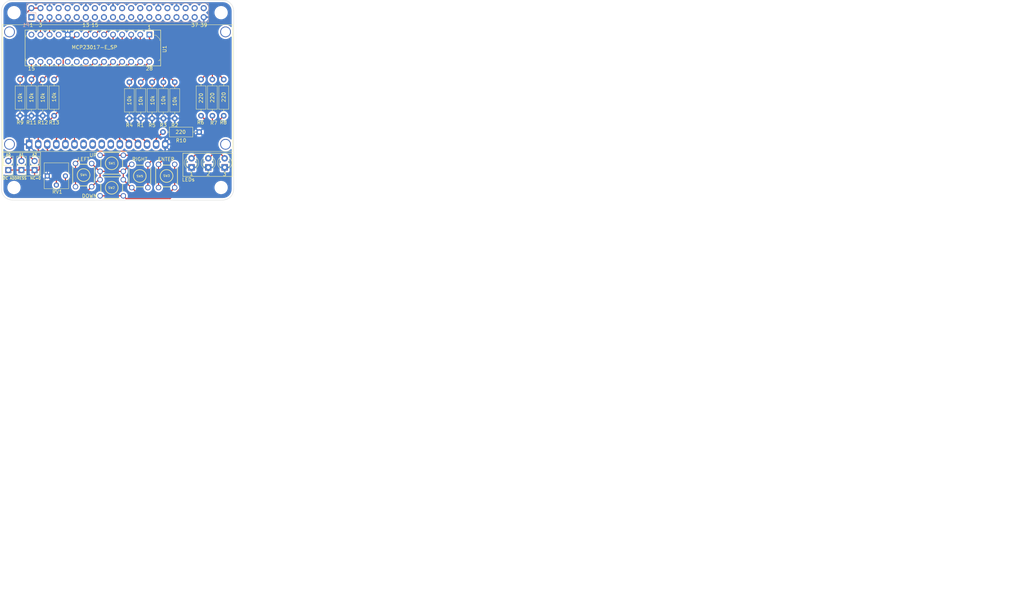
<source format=kicad_pcb>
(kicad_pcb (version 20171130) (host pcbnew "(5.1.4)-1")
  (title_block (title "RGB LCD RPi3 HAT") (date 2019-12-29) (rev v1) (comment 1 "Designed by Črtomir Juren"))
  (layers (0 F.Cu signal) (31 B.Cu signal) (34 B.Paste user) (35 F.Paste user) (36 B.SilkS user) (37 F.SilkS user) (38 B.Mask user) (39 F.Mask user) (44 Edge.Cuts user))
  (net 0 "")
  (net 1 +3V3)
  (net 2 +5V)
  (net 3 GND)
  (net 4 "/GPIO2(SDA1)")
  (net 5 "/GPIO3(SCL1)")
  (net 6 "Net-(D1-Pad2)")
  (net 7 "Net-(D2-Pad2)")
  (net 8 "Net-(D3-Pad2)")
  (net 9 "Net-(DS1-Pad3)")
  (net 10 /LCD_RS)
  (net 11 /LCD_RW)
  (net 12 /LCD_E)
  (net 13 /LCD_D4)
  (net 14 /LCD_D5)
  (net 15 /LCD_D6)
  (net 16 /LCD_D7)
  (net 17 "Net-(DS1-Pad15)")
  (net 18 "Net-(JP1-Pad2)")
  (net 19 "Net-(JP2-Pad2)")
  (net 20 "Net-(JP3-Pad2)")
  (net 21 /button_1_up)
  (net 22 /button_2_down)
  (net 23 /button_5_enter)
  (net 24 /button_3_left)
  (net 25 /button_4_right)
  (net 26 /led_1_green)
  (net 27 /led_2_yellow)
  (net 28 /led_3_red)
  (net 29 "Net-(R13-Pad2)")
  (module "" (layer F.Cu) (at 254.102 145.555)
    (fp_text reference "" (at 231.242 119.383) (layer F.SilkS) (effects (font (size 1.27 1.27))))
    (fp_text value "" (at 231.242 119.383) (layer F.SilkS) (effects (font (size 1.27 1.27))))
  )
  (module "" (layer F.Cu) (at 254.864 145.047)
    (fp_text reference "" (at 231.242 119.383) (layer F.SilkS) (effects (font (size 1.27 1.27))))
    (fp_text value "" (at 231.242 119.383) (layer F.SilkS) (effects (font (size 1.27 1.27))))
  )
  (module "" (layer F.Cu) (at 253.975 145.428)
    (fp_text reference "" (at 231.242 119.383) (layer F.SilkS) (effects (font (size 1.27 1.27))))
    (fp_text value "" (at 231.242 119.383) (layer F.SilkS) (effects (font (size 1.27 1.27))))
  )
  (module RGB-LCD-RPi3-HAT:LCD_16X2_MC21605H6WK (layer F.Cu) (at 231.242 119.383)
    (fp_text reference DS1)
    (fp_text value WC1602A)
    (pad "" thru_hole circle (at -29 -16.5) (size 3 3) (drill 2.5) (layers *.Cu *.Mask))
    (pad "" thru_hole circle (at -29 15) (size 3 3) (drill 2.5) (layers *.Cu *.Mask))
    (pad "" thru_hole circle (at 31.5 -16.5) (size 3 3) (drill 2.5) (layers *.Cu *.Mask))
    (pad "" thru_hole circle (at 31.5 15) (size 3 3) (drill 2.5) (layers *.Cu *.Mask))
    (pad 1 thru_hole rect (at -23.5 15) (size 1.8 2.6) (drill 1.2) (layers *.Cu *.Mask) (net 3 GND))
    (pad 2 thru_hole oval (at -20.96 15) (size 1.8 2.6) (drill 1.2) (layers *.Cu *.Mask) (net 2 +5V))
    (pad 3 thru_hole oval (at -18.42 15) (size 1.8 2.6) (drill 1.2) (layers *.Cu *.Mask) (net 9 "Net-(DS1-Pad3)"))
    (pad 5 thru_hole oval (at -13.34 15) (size 1.8 2.6) (drill 1.2) (layers *.Cu *.Mask) (net 11 /LCD_RW))
    (pad 4 thru_hole oval (at -15.88 15) (size 1.8 2.6) (drill 1.2) (layers *.Cu *.Mask) (net 10 /LCD_RS))
    (pad 7 thru_hole oval (at -8.26 15) (size 1.8 2.6) (drill 1.2) (layers *.Cu *.Mask))
    (pad 6 thru_hole oval (at -10.8 15) (size 1.8 2.6) (drill 1.2) (layers *.Cu *.Mask) (net 12 /LCD_E))
    (pad 9 thru_hole oval (at -3.18 15) (size 1.8 2.6) (drill 1.2) (layers *.Cu *.Mask))
    (pad 8 thru_hole oval (at -5.72 15) (size 1.8 2.6) (drill 1.2) (layers *.Cu *.Mask))
    (pad 11 thru_hole oval (at 1.9 15) (size 1.8 2.6) (drill 1.2) (layers *.Cu *.Mask) (net 13 /LCD_D4))
    (pad 10 thru_hole oval (at -0.64 15) (size 1.8 2.6) (drill 1.2) (layers *.Cu *.Mask))
    (pad 13 thru_hole oval (at 6.98 15) (size 1.8 2.6) (drill 1.2) (layers *.Cu *.Mask) (net 15 /LCD_D6))
    (pad 12 thru_hole oval (at 4.44 15) (size 1.8 2.6) (drill 1.2) (layers *.Cu *.Mask) (net 14 /LCD_D5))
    (pad 15 thru_hole oval (at 12.06 15) (size 1.8 2.6) (drill 1.2) (layers *.Cu *.Mask) (net 17 "Net-(DS1-Pad15)"))
    (pad 14 thru_hole oval (at 9.52 15) (size 1.8 2.6) (drill 1.2) (layers *.Cu *.Mask) (net 16 /LCD_D7))
    (pad 16 thru_hole oval (at 14.6 15) (size 1.8 2.6) (drill 1.2) (layers *.Cu *.Mask) (net 3 GND))
  )
  (module Resistor_THT:R_Axial_DIN0207_L6.3mm_D2.5mm_P10.16mm_Horizontal (layer F.Cu) (at 245.339 116.98 270)
    (fp_text reference R3 (at 12.065 0.034636 180) (layer F.SilkS))
    (fp_text value 10k (at 5.08 0 90) (layer F.SilkS))
    (pad 2 thru_hole oval (at 10.16 0 270) (size 1.6 1.6) (drill 0.8) (layers *.Cu *.Mask) (net 3 GND))
    (pad 1 thru_hole circle (at 0 0 270) (size 1.6 1.6) (drill 0.8) (layers *.Cu *.Mask) (net 23 /button_5_enter))
  )
  (module Connector_PinSocket_2.54mm:PinSocket_2x20_P2.54mm_Vertical (layer B.Cu) (at 208.37 98.77 270)
    (fp_text reference P1 (at 2.208 1.512) (layer B.SilkS) (effects (justify mirror)))
    (fp_text value Conn_02x20_Odd_Even)
    (pad 1 thru_hole rect (at 0 0 270) (size 1.7 1.7) (drill 1) (layers *.Cu *.Mask) (net 1 +3V3))
    (pad 2 thru_hole oval (at -2.54 0 270) (size 1.7 1.7) (drill 1) (layers *.Cu *.Mask) (net 2 +5V))
    (pad 3 thru_hole oval (at 0 -2.54 270) (size 1.7 1.7) (drill 1) (layers *.Cu *.Mask) (net 4 "/GPIO2(SDA1)"))
    (pad 4 thru_hole oval (at -2.54 -2.54 270) (size 1.7 1.7) (drill 1) (layers *.Cu *.Mask) (net 2 +5V))
    (pad 5 thru_hole oval (at 0 -5.08 270) (size 1.7 1.7) (drill 1) (layers *.Cu *.Mask) (net 5 "/GPIO3(SCL1)"))
    (pad 6 thru_hole oval (at -2.54 -5.08 270) (size 1.7 1.7) (drill 1) (layers *.Cu *.Mask) (net 3 GND))
    (pad 7 thru_hole oval (at 0 -7.62 270) (size 1.7 1.7) (drill 1) (layers *.Cu *.Mask))
    (pad 8 thru_hole oval (at -2.54 -7.62 270) (size 1.7 1.7) (drill 1) (layers *.Cu *.Mask))
    (pad 9 thru_hole oval (at 0 -10.16 270) (size 1.7 1.7) (drill 1) (layers *.Cu *.Mask) (net 3 GND))
    (pad 10 thru_hole oval (at -2.54 -10.16 270) (size 1.7 1.7) (drill 1) (layers *.Cu *.Mask))
    (pad 11 thru_hole oval (at 0 -12.7 270) (size 1.7 1.7) (drill 1) (layers *.Cu *.Mask))
    (pad 12 thru_hole oval (at -2.54 -12.7 270) (size 1.7 1.7) (drill 1) (layers *.Cu *.Mask))
    (pad 13 thru_hole oval (at 0 -15.24 270) (size 1.7 1.7) (drill 1) (layers *.Cu *.Mask))
    (pad 14 thru_hole oval (at -2.54 -15.24 270) (size 1.7 1.7) (drill 1) (layers *.Cu *.Mask) (net 3 GND))
    (pad 15 thru_hole oval (at 0 -17.78 270) (size 1.7 1.7) (drill 1) (layers *.Cu *.Mask))
    (pad 16 thru_hole oval (at -2.54 -17.78 270) (size 1.7 1.7) (drill 1) (layers *.Cu *.Mask))
    (pad 17 thru_hole oval (at 0 -20.32 270) (size 1.7 1.7) (drill 1) (layers *.Cu *.Mask) (net 1 +3V3))
    (pad 18 thru_hole oval (at -2.54 -20.32 270) (size 1.7 1.7) (drill 1) (layers *.Cu *.Mask))
    (pad 19 thru_hole oval (at 0 -22.86 270) (size 1.7 1.7) (drill 1) (layers *.Cu *.Mask))
    (pad 20 thru_hole oval (at -2.54 -22.86 270) (size 1.7 1.7) (drill 1) (layers *.Cu *.Mask) (net 3 GND))
    (pad 21 thru_hole oval (at 0 -25.4 270) (size 1.7 1.7) (drill 1) (layers *.Cu *.Mask))
    (pad 22 thru_hole oval (at -2.54 -25.4 270) (size 1.7 1.7) (drill 1) (layers *.Cu *.Mask))
    (pad 23 thru_hole oval (at 0 -27.94 270) (size 1.7 1.7) (drill 1) (layers *.Cu *.Mask))
    (pad 24 thru_hole oval (at -2.54 -27.94 270) (size 1.7 1.7) (drill 1) (layers *.Cu *.Mask))
    (pad 25 thru_hole oval (at 0 -30.48 270) (size 1.7 1.7) (drill 1) (layers *.Cu *.Mask) (net 3 GND))
    (pad 26 thru_hole oval (at -2.54 -30.48 270) (size 1.7 1.7) (drill 1) (layers *.Cu *.Mask))
    (pad 27 thru_hole oval (at 0 -33.02 270) (size 1.7 1.7) (drill 1) (layers *.Cu *.Mask))
    (pad 28 thru_hole oval (at -2.54 -33.02 270) (size 1.7 1.7) (drill 1) (layers *.Cu *.Mask))
    (pad 29 thru_hole oval (at 0 -35.56 270) (size 1.7 1.7) (drill 1) (layers *.Cu *.Mask))
    (pad 30 thru_hole oval (at -2.54 -35.56 270) (size 1.7 1.7) (drill 1) (layers *.Cu *.Mask) (net 3 GND))
    (pad 31 thru_hole oval (at 0 -38.1 270) (size 1.7 1.7) (drill 1) (layers *.Cu *.Mask))
    (pad 32 thru_hole oval (at -2.54 -38.1 270) (size 1.7 1.7) (drill 1) (layers *.Cu *.Mask))
    (pad 33 thru_hole oval (at 0 -40.64 270) (size 1.7 1.7) (drill 1) (layers *.Cu *.Mask))
    (pad 34 thru_hole oval (at -2.54 -40.64 270) (size 1.7 1.7) (drill 1) (layers *.Cu *.Mask) (net 3 GND))
    (pad 35 thru_hole oval (at 0 -43.18 270) (size 1.7 1.7) (drill 1) (layers *.Cu *.Mask))
    (pad 36 thru_hole oval (at -2.54 -43.18 270) (size 1.7 1.7) (drill 1) (layers *.Cu *.Mask))
    (pad 37 thru_hole oval (at 0 -45.72 270) (size 1.7 1.7) (drill 1) (layers *.Cu *.Mask))
    (pad 38 thru_hole oval (at -2.54 -45.72 270) (size 1.7 1.7) (drill 1) (layers *.Cu *.Mask))
    (pad 39 thru_hole oval (at 0 -48.26 270) (size 1.7 1.7) (drill 1) (layers *.Cu *.Mask) (net 3 GND))
    (pad 40 thru_hole oval (at -2.54 -48.26 270) (size 1.7 1.7) (drill 1) (layers *.Cu *.Mask))
  )
  (module MountingHole:MountingHole_2.7mm_M2.5 (layer F.Cu) (at 261.5 146.5)
    (fp_text reference MK4 hide)
    (fp_text value M2.5)
    (pad 1 np_thru_hole circle (at 0 0) (size 2.7 2.7) (drill 2.7) (layers *.Cu *.Mask))
  )
  (module MountingHole:MountingHole_2.7mm_M2.5 (layer F.Cu) (at 203.5 146.5)
    (fp_text reference MK3 hide)
    (fp_text value M2.5)
    (pad 1 np_thru_hole circle (at 0 0) (size 2.7 2.7) (drill 2.7) (layers *.Cu *.Mask))
  )
  (module MountingHole:MountingHole_2.7mm_M2.5 (layer F.Cu) (at 261.5 97.5 180)
    (fp_text reference MK2 hide)
    (fp_text value M2.5)
    (pad 1 np_thru_hole circle (at 0 0 180) (size 2.7 2.7) (drill 2.7) (layers *.Cu *.Mask))
  )
  (module MountingHole:MountingHole_2.7mm_M2.5 (layer F.Cu) (at 203.5 97.5 180)
    (fp_text reference MK1 hide)
    (fp_text value M2.5)
    (pad 1 np_thru_hole circle (at 0 0 180) (size 2.7 2.7) (drill 2.7) (layers *.Cu *.Mask))
  )
  (module LED_THT:LED_D3.0mm (layer F.Cu) (at 253.213 140.856 90)
    (fp_text reference 1 (at -1.778 0 180) (layer F.SilkS))
    (fp_text value LED)
    (pad 1 thru_hole rect (at 0 0 90) (size 1.8 1.8) (drill 0.9) (layers *.Cu *.Mask) (net 3 GND))
    (pad 2 thru_hole circle (at 2.54 0 90) (size 1.8 1.8) (drill 0.9) (layers *.Cu *.Mask) (net 6 "Net-(D1-Pad2)"))
  )
  (module LED_THT:LED_D3.0mm (layer F.Cu) (at 257.912 140.856 90)
    (fp_text reference 2 (at -1.778 0 180) (layer F.SilkS))
    (fp_text value LED)
    (pad 2 thru_hole circle (at 2.54 0 90) (size 1.8 1.8) (drill 0.9) (layers *.Cu *.Mask) (net 7 "Net-(D2-Pad2)"))
    (pad 1 thru_hole rect (at 0 0 90) (size 1.8 1.8) (drill 0.9) (layers *.Cu *.Mask) (net 3 GND))
  )
  (module LED_THT:LED_D3.0mm (layer F.Cu) (at 262.484 140.856 90)
    (fp_text reference 3 (at -1.905 0 180) (layer F.SilkS))
    (fp_text value LED)
    (pad 1 thru_hole rect (at 0 0 90) (size 1.8 1.8) (drill 0.9) (layers *.Cu *.Mask) (net 3 GND))
    (pad 2 thru_hole circle (at 2.54 0 90) (size 1.8 1.8) (drill 0.9) (layers *.Cu *.Mask) (net 8 "Net-(D3-Pad2)"))
  )
  (module Connector_PinHeader_2.54mm:PinHeader_1x02_P2.54mm_Vertical (layer F.Cu) (at 201.905 141.618 180)
    (fp_text reference A0 (at 0 4.318) (layer F.SilkS) (effects (font (size 0.7 0.7))))
    (fp_text value Jumper_NC_Small)
    (pad 1 thru_hole rect (at 0 0 180) (size 1.7 1.7) (drill 1) (layers *.Cu *.Mask) (net 2 +5V))
    (pad 2 thru_hole oval (at 0 2.54 180) (size 1.7 1.7) (drill 1) (layers *.Cu *.Mask) (net 18 "Net-(JP1-Pad2)"))
  )
  (module Connector_PinHeader_2.54mm:PinHeader_1x02_P2.54mm_Vertical (layer F.Cu) (at 205.588 141.618 180)
    (fp_text reference A1 (at 0 4.318) (layer F.SilkS) (effects (font (size 0.7 0.7))))
    (fp_text value Jumper_NC_Small)
    (pad 2 thru_hole oval (at 0 2.54 180) (size 1.7 1.7) (drill 1) (layers *.Cu *.Mask) (net 19 "Net-(JP2-Pad2)"))
    (pad 1 thru_hole rect (at 0 0 180) (size 1.7 1.7) (drill 1) (layers *.Cu *.Mask) (net 2 +5V))
  )
  (module Connector_PinHeader_2.54mm:PinHeader_1x02_P2.54mm_Vertical (layer F.Cu) (at 209.271 141.618 180)
    (fp_text reference A2 (at 0 4.318) (layer F.SilkS) (effects (font (size 0.7 0.7))))
    (fp_text value Jumper_NC_Small)
    (pad 1 thru_hole rect (at 0 0 180) (size 1.7 1.7) (drill 1) (layers *.Cu *.Mask) (net 2 +5V))
    (pad 2 thru_hole oval (at 0 2.54 180) (size 1.7 1.7) (drill 1) (layers *.Cu *.Mask) (net 20 "Net-(JP3-Pad2)"))
  )
  (module Resistor_THT:R_Axial_DIN0207_L6.3mm_D2.5mm_P10.16mm_Horizontal (layer F.Cu) (at 238.989 116.98 270)
    (fp_text reference R1 (at 12.065 0.069272 180) (layer F.SilkS))
    (fp_text value 10k (at 5.207 0 90) (layer F.SilkS))
    (pad 1 thru_hole circle (at 0 0 270) (size 1.6 1.6) (drill 0.8) (layers *.Cu *.Mask) (net 21 /button_1_up))
    (pad 2 thru_hole oval (at 10.16 0 270) (size 1.6 1.6) (drill 0.8) (layers *.Cu *.Mask) (net 3 GND))
  )
  (module Resistor_THT:R_Axial_DIN0207_L6.3mm_D2.5mm_P10.16mm_Horizontal (layer F.Cu) (at 248.514 116.98 270)
    (fp_text reference R2 (at 12.065 0 180) (layer F.SilkS))
    (fp_text value 10k (at 5.334 0 90) (layer F.SilkS))
    (pad 1 thru_hole circle (at 0 0 270) (size 1.6 1.6) (drill 0.8) (layers *.Cu *.Mask) (net 22 /button_2_down))
    (pad 2 thru_hole oval (at 10.16 0 270) (size 1.6 1.6) (drill 0.8) (layers *.Cu *.Mask) (net 3 GND))
  )
  (module Resistor_THT:R_Axial_DIN0207_L6.3mm_D2.5mm_P10.16mm_Horizontal (layer F.Cu) (at 235.814 116.98 270)
    (fp_text reference R4 (at 12.065 0 180) (layer F.SilkS))
    (fp_text value 10k (at 5.08 0 90) (layer F.SilkS))
    (pad 2 thru_hole oval (at 10.16 0 270) (size 1.6 1.6) (drill 0.8) (layers *.Cu *.Mask) (net 3 GND))
    (pad 1 thru_hole circle (at 0 0 270) (size 1.6 1.6) (drill 0.8) (layers *.Cu *.Mask) (net 24 /button_3_left))
  )
  (module Resistor_THT:R_Axial_DIN0207_L6.3mm_D2.5mm_P10.16mm_Horizontal (layer F.Cu) (at 242.164 116.98 270)
    (fp_text reference R5 (at 12.065 0.011545 180) (layer F.SilkS))
    (fp_text value 10k (at 5.08 -0.127 90) (layer F.SilkS))
    (pad 1 thru_hole circle (at 0 0 270) (size 1.6 1.6) (drill 0.8) (layers *.Cu *.Mask) (net 25 /button_4_right))
    (pad 2 thru_hole oval (at 10.16 0 270) (size 1.6 1.6) (drill 0.8) (layers *.Cu *.Mask) (net 3 GND))
  )
  (module Resistor_THT:R_Axial_DIN0207_L6.3mm_D2.5mm_P10.16mm_Horizontal (layer F.Cu) (at 255.88 116.218 270)
    (fp_text reference R6 (at 12.065 0.127 180) (layer F.SilkS))
    (fp_text value 220 (at 5.207 0 90) (layer F.SilkS))
    (pad 2 thru_hole oval (at 10.16 0 270) (size 1.6 1.6) (drill 0.8) (layers *.Cu *.Mask) (net 6 "Net-(D1-Pad2)"))
    (pad 1 thru_hole circle (at 0 0 270) (size 1.6 1.6) (drill 0.8) (layers *.Cu *.Mask) (net 26 /led_1_green))
  )
  (module Resistor_THT:R_Axial_DIN0207_L6.3mm_D2.5mm_P10.16mm_Horizontal (layer F.Cu) (at 259.055 116.218 270)
    (fp_text reference R7 (at 12.192 -0.381 180) (layer F.SilkS))
    (fp_text value 220 (at 5.08 0 90) (layer F.SilkS))
    (pad 1 thru_hole circle (at 0 0 270) (size 1.6 1.6) (drill 0.8) (layers *.Cu *.Mask) (net 27 /led_2_yellow))
    (pad 2 thru_hole oval (at 10.16 0 270) (size 1.6 1.6) (drill 0.8) (layers *.Cu *.Mask) (net 7 "Net-(D2-Pad2)"))
  )
  (module Resistor_THT:R_Axial_DIN0207_L6.3mm_D2.5mm_P10.16mm_Horizontal (layer F.Cu) (at 262.23 116.218 270)
    (fp_text reference R8 (at 12.065 0.127 180) (layer F.SilkS))
    (fp_text value 220 (at 4.953 0 90) (layer F.SilkS))
    (pad 2 thru_hole oval (at 10.16 0 270) (size 1.6 1.6) (drill 0.8) (layers *.Cu *.Mask) (net 8 "Net-(D3-Pad2)"))
    (pad 1 thru_hole circle (at 0 0 270) (size 1.6 1.6) (drill 0.8) (layers *.Cu *.Mask) (net 28 /led_3_red))
  )
  (module Resistor_THT:R_Axial_DIN0207_L6.3mm_D2.5mm_P10.16mm_Horizontal (layer F.Cu) (at 205.207 116.218 270)
    (fp_text reference R9 (at 12.065 0 180) (layer F.SilkS))
    (fp_text value 10k (at 5.08 0 90) (layer F.SilkS))
    (pad 2 thru_hole oval (at 10.16 0 270) (size 1.6 1.6) (drill 0.8) (layers *.Cu *.Mask) (net 3 GND))
    (pad 1 thru_hole circle (at 0 0 270) (size 1.6 1.6) (drill 0.8) (layers *.Cu *.Mask) (net 18 "Net-(JP1-Pad2)"))
  )
  (module Resistor_THT:R_Axial_DIN0207_L6.3mm_D2.5mm_P10.16mm_Horizontal (layer F.Cu) (at 255.372 130.95 180)
    (fp_text reference R10 (at 5.08 -2.37) (layer F.SilkS))
    (fp_text value 220 (at 5.207 0) (layer F.SilkS))
    (pad 1 thru_hole circle (at 0 0 180) (size 1.6 1.6) (drill 0.8) (layers *.Cu *.Mask) (net 3 GND))
    (pad 2 thru_hole oval (at 10.16 0 180) (size 1.6 1.6) (drill 0.8) (layers *.Cu *.Mask) (net 17 "Net-(DS1-Pad15)"))
  )
  (module Resistor_THT:R_Axial_DIN0207_L6.3mm_D2.5mm_P10.16mm_Horizontal (layer F.Cu) (at 208.382 116.218 270)
    (fp_text reference R11 (at 12.065 0 180) (layer F.SilkS))
    (fp_text value 10k (at 5.08 0 90) (layer F.SilkS))
    (pad 1 thru_hole circle (at 0 0 270) (size 1.6 1.6) (drill 0.8) (layers *.Cu *.Mask) (net 19 "Net-(JP2-Pad2)"))
    (pad 2 thru_hole oval (at 10.16 0 270) (size 1.6 1.6) (drill 0.8) (layers *.Cu *.Mask) (net 3 GND))
  )
  (module Resistor_THT:R_Axial_DIN0207_L6.3mm_D2.5mm_P10.16mm_Horizontal (layer F.Cu) (at 211.557 116.218 270)
    (fp_text reference R12 (at 12.065 0 180) (layer F.SilkS))
    (fp_text value 10k (at 5.08 0 90) (layer F.SilkS))
    (pad 2 thru_hole oval (at 10.16 0 270) (size 1.6 1.6) (drill 0.8) (layers *.Cu *.Mask) (net 3 GND))
    (pad 1 thru_hole circle (at 0 0 270) (size 1.6 1.6) (drill 0.8) (layers *.Cu *.Mask) (net 20 "Net-(JP3-Pad2)"))
  )
  (module Resistor_THT:R_Axial_DIN0207_L6.3mm_D2.5mm_P10.16mm_Horizontal (layer F.Cu) (at 214.732 126.378 90)
    (fp_text reference R13 (at -1.905 0 180) (layer F.SilkS))
    (fp_text value 10k (at 5.207 0 90) (layer F.SilkS))
    (pad 1 thru_hole circle (at 0 0 90) (size 1.6 1.6) (drill 0.8) (layers *.Cu *.Mask) (net 2 +5V))
    (pad 2 thru_hole oval (at 10.16 0 90) (size 1.6 1.6) (drill 0.8) (layers *.Cu *.Mask) (net 29 "Net-(R13-Pad2)"))
  )
  (module Potentiometer_THT:Potentiometer_Vishay_T73YP_Vertical (layer F.Cu) (at 212.827 143.269 270)
    (fp_text reference RV1 (at 4.445 -2.794 180) (layer F.SilkS))
    (fp_text value 10k)
    (pad 3 thru_hole circle (at 0 -5.08 270) (size 1.44 1.44) (drill 0.8) (layers *.Cu *.Mask) (net 2 +5V))
    (pad 2 thru_hole circle (at 2.54 -2.54 270) (size 1.44 1.44) (drill 0.8) (layers *.Cu *.Mask) (net 9 "Net-(DS1-Pad3)"))
    (pad 1 thru_hole circle (at 0 0 270) (size 1.44 1.44) (drill 0.8) (layers *.Cu *.Mask) (net 3 GND))
  )
  (module digikey-footprints:DIP-28_W7.62mm (layer F.Cu) (at 241.402 103.645 270)
    (fp_text reference U1 (at 4.05 -4.28 90) (layer F.SilkS))
    (fp_text value MCP23017-E_SP)
    (pad 1 thru_hole rect (at 0 0 270) (size 1.6 1.6) (drill 1) (layers *.Cu *.Mask) (net 22 /button_2_down))
    (pad 2 thru_hole circle (at 0 2.54 270) (size 1.6 1.6) (drill 1) (layers *.Cu *.Mask) (net 23 /button_5_enter))
    (pad 3 thru_hole circle (at 0 5.08 270) (size 1.6 1.6) (drill 1) (layers *.Cu *.Mask) (net 25 /button_4_right))
    (pad 4 thru_hole circle (at 0 7.62 270) (size 1.6 1.6) (drill 1) (layers *.Cu *.Mask) (net 21 /button_1_up))
    (pad 5 thru_hole circle (at 0 10.16 270) (size 1.6 1.6) (drill 1) (layers *.Cu *.Mask) (net 24 /button_3_left))
    (pad 6 thru_hole circle (at 0 12.7 270) (size 1.6 1.6) (drill 1) (layers *.Cu *.Mask) (net 26 /led_1_green))
    (pad 7 thru_hole circle (at 0 15.24 270) (size 1.6 1.6) (drill 1) (layers *.Cu *.Mask) (net 27 /led_2_yellow))
    (pad 8 thru_hole circle (at 0 17.78 270) (size 1.6 1.6) (drill 1) (layers *.Cu *.Mask) (net 28 /led_3_red))
    (pad 9 thru_hole circle (at 0 20.32 270) (size 1.6 1.6) (drill 1) (layers *.Cu *.Mask) (net 2 +5V))
    (pad 10 thru_hole circle (at 0 22.86 270) (size 1.6 1.6) (drill 1) (layers *.Cu *.Mask) (net 3 GND))
    (pad 11 thru_hole circle (at 0 25.4 270) (size 1.6 1.6) (drill 1) (layers *.Cu *.Mask))
    (pad 12 thru_hole circle (at 0 27.94 270) (size 1.6 1.6) (drill 1) (layers *.Cu *.Mask) (net 5 "/GPIO3(SCL1)"))
    (pad 13 thru_hole circle (at 0 30.48 270) (size 1.6 1.6) (drill 1) (layers *.Cu *.Mask) (net 4 "/GPIO2(SDA1)"))
    (pad 14 thru_hole circle (at 0 33.02 270) (size 1.6 1.6) (drill 1) (layers *.Cu *.Mask))
    (pad 15 thru_hole circle (at 7.62 33.02 270) (size 1.6 1.6) (drill 1) (layers *.Cu *.Mask) (net 18 "Net-(JP1-Pad2)"))
    (pad 16 thru_hole circle (at 7.62 30.48 270) (size 1.6 1.6) (drill 1) (layers *.Cu *.Mask) (net 19 "Net-(JP2-Pad2)"))
    (pad 17 thru_hole circle (at 7.62 27.94 270) (size 1.6 1.6) (drill 1) (layers *.Cu *.Mask) (net 20 "Net-(JP3-Pad2)"))
    (pad 18 thru_hole circle (at 7.62 25.4 270) (size 1.6 1.6) (drill 1) (layers *.Cu *.Mask) (net 29 "Net-(R13-Pad2)"))
    (pad 19 thru_hole circle (at 7.62 22.86 270) (size 1.6 1.6) (drill 1) (layers *.Cu *.Mask))
    (pad 20 thru_hole circle (at 7.62 20.32 270) (size 1.6 1.6) (drill 1) (layers *.Cu *.Mask))
    (pad 21 thru_hole circle (at 7.62 17.78 270) (size 1.6 1.6) (drill 1) (layers *.Cu *.Mask))
    (pad 22 thru_hole circle (at 7.62 15.24 270) (size 1.6 1.6) (drill 1) (layers *.Cu *.Mask) (net 10 /LCD_RS))
    (pad 23 thru_hole circle (at 7.62 12.7 270) (size 1.6 1.6) (drill 1) (layers *.Cu *.Mask) (net 11 /LCD_RW))
    (pad 24 thru_hole circle (at 7.62 10.16 270) (size 1.6 1.6) (drill 1) (layers *.Cu *.Mask) (net 12 /LCD_E))
    (pad 25 thru_hole circle (at 7.62 7.62 270) (size 1.6 1.6) (drill 1) (layers *.Cu *.Mask) (net 13 /LCD_D4))
    (pad 26 thru_hole circle (at 7.62 5.08 270) (size 1.6 1.6) (drill 1) (layers *.Cu *.Mask) (net 14 /LCD_D5))
    (pad 27 thru_hole circle (at 7.62 2.54 270) (size 1.6 1.6) (drill 1) (layers *.Cu *.Mask) (net 15 /LCD_D6))
    (pad 28 thru_hole circle (at 7.62 0 270) (size 1.6 1.6) (drill 1) (layers *.Cu *.Mask) (net 16 /LCD_D7))
  )
  (module freetronics_footprints:SW_PUSHBUTTON_PTH (layer F.Cu) (at 230.861 139.713 180)
    (fp_text reference SW1 (at -0.05 0) (layer F.SilkS) (effects (font (size 0.6 0.6) (thickness 0.1))))
    (fp_text value SW_up hide)
    (pad 1 thru_hole oval (at -3.2512 -2.2606 180) (size 1.524 1.524) (drill 1.016) (layers *.Cu *.Mask) (net 2 +5V))
    (pad 1 thru_hole oval (at 3.2512 -2.2606 180) (size 1.524 1.524) (drill 1.016) (layers *.Cu *.Mask) (net 2 +5V))
    (pad 2 thru_hole oval (at -3.2512 2.2606 180) (size 1.524 1.524) (drill 1.016) (layers *.Cu *.Mask) (net 21 /button_1_up))
    (pad 2 thru_hole oval (at 3.2512 2.2606 180) (size 1.524 1.524) (drill 1.016) (layers *.Cu *.Mask) (net 21 /button_1_up))
  )
  (module freetronics_footprints:SW_PUSHBUTTON_PTH (layer F.Cu) (at 230.861 146.571)
    (fp_text reference SW2 (at -0.05 0 180) (layer F.SilkS) (effects (font (size 0.6 0.6) (thickness 0.1))))
    (fp_text value SW_down hide)
    (pad 1 thru_hole oval (at -3.2512 -2.2606) (size 1.524 1.524) (drill 1.016) (layers *.Cu *.Mask) (net 2 +5V))
    (pad 1 thru_hole oval (at 3.2512 -2.2606) (size 1.524 1.524) (drill 1.016) (layers *.Cu *.Mask) (net 2 +5V))
    (pad 2 thru_hole oval (at -3.2512 2.2606) (size 1.524 1.524) (drill 1.016) (layers *.Cu *.Mask) (net 22 /button_2_down))
    (pad 2 thru_hole oval (at 3.2512 2.2606) (size 1.524 1.524) (drill 1.016) (layers *.Cu *.Mask) (net 22 /button_2_down))
  )
  (module freetronics_footprints:SW_PUSHBUTTON_PTH (layer F.Cu) (at 246.228 143.269 270)
    (fp_text reference SW3 (at -0.05 0 180) (layer F.SilkS) (effects (font (size 0.6 0.6) (thickness 0.1))))
    (fp_text value SW_enter hide)
    (pad 2 thru_hole oval (at 3.2512 2.2606 270) (size 1.524 1.524) (drill 1.016) (layers *.Cu *.Mask) (net 23 /button_5_enter))
    (pad 2 thru_hole oval (at -3.2512 2.2606 270) (size 1.524 1.524) (drill 1.016) (layers *.Cu *.Mask) (net 23 /button_5_enter))
    (pad 1 thru_hole oval (at 3.2512 -2.2606 270) (size 1.524 1.524) (drill 1.016) (layers *.Cu *.Mask) (net 2 +5V))
    (pad 1 thru_hole oval (at -3.2512 -2.2606 270) (size 1.524 1.524) (drill 1.016) (layers *.Cu *.Mask) (net 2 +5V))
  )
  (module freetronics_footprints:SW_PUSHBUTTON_PTH (layer F.Cu) (at 222.987 143.015 270)
    (fp_text reference SW4 (at -0.05 0 180) (layer F.SilkS) (effects (font (size 0.6 0.6) (thickness 0.1))))
    (fp_text value SW_left hide)
    (pad 2 thru_hole oval (at 3.2512 2.2606 270) (size 1.524 1.524) (drill 1.016) (layers *.Cu *.Mask) (net 24 /button_3_left))
    (pad 2 thru_hole oval (at -3.2512 2.2606 270) (size 1.524 1.524) (drill 1.016) (layers *.Cu *.Mask) (net 24 /button_3_left))
    (pad 1 thru_hole oval (at 3.2512 -2.2606 270) (size 1.524 1.524) (drill 1.016) (layers *.Cu *.Mask) (net 2 +5V))
    (pad 1 thru_hole oval (at -3.2512 -2.2606 270) (size 1.524 1.524) (drill 1.016) (layers *.Cu *.Mask) (net 2 +5V))
  )
  (module freetronics_footprints:SW_PUSHBUTTON_PTH (layer F.Cu) (at 238.735 143.269 90)
    (fp_text reference SW5 (at -0.05 0) (layer F.SilkS) (effects (font (size 0.6 0.6) (thickness 0.1))))
    (fp_text value SW_right hide)
    (pad 1 thru_hole oval (at -3.2512 -2.2606 90) (size 1.524 1.524) (drill 1.016) (layers *.Cu *.Mask) (net 2 +5V))
    (pad 1 thru_hole oval (at 3.2512 -2.2606 90) (size 1.524 1.524) (drill 1.016) (layers *.Cu *.Mask) (net 2 +5V))
    (pad 2 thru_hole oval (at -3.2512 2.2606 90) (size 1.524 1.524) (drill 1.016) (layers *.Cu *.Mask) (net 25 /button_4_right))
    (pad 2 thru_hole oval (at 3.2512 2.2606 90) (size 1.524 1.524) (drill 1.016) (layers *.Cu *.Mask) (net 25 /button_4_right))
  )
  (gr_text NC=0 (at 209.525 143.904) (layer F.SilkS) (effects (font (size 0.7 0.7))))
  (gr_line (start 210.922 136.665) (end 200.254 136.665) (layer F.SilkS) (width 0.15))
  (gr_line (start 210.922 143.269) (end 210.922 136.665) (layer F.SilkS) (width 0.15))
  (gr_line (start 200.254 143.269) (end 210.922 143.269) (layer F.SilkS) (width 0.15))
  (gr_line (start 200.254 136.665) (end 200.254 143.269) (layer F.SilkS) (width 0.15))
  (gr_text "I2C ADDRESS" (at 203.556 143.904) (layer F.SilkS) (effects (font (size 0.7 0.7))))
  (gr_text LEDs (at 252.324 144.285) (layer F.SilkS) (effects (font (size 1 1))))
  (gr_line (start 264.643 136.919) (end 250.8 136.919) (layer F.SilkS) (width 0.15))
  (gr_line (start 264.643 143.396) (end 264.643 136.919) (layer F.SilkS) (width 0.15))
  (gr_line (start 250.8 143.396) (end 264.643 143.396) (layer F.SilkS) (width 0.15))
  (gr_line (start 250.8 136.919) (end 250.8 143.396) (layer F.SilkS) (width 0.15))
  (gr_line (start 206.604 102.375) (end 206.604 112.408) (layer F.SilkS) (width 0.15))
  (gr_line (start 244.577 102.375) (end 206.604 102.375) (layer F.SilkS) (width 0.15))
  (gr_line (start 244.577 112.408) (end 244.577 102.375) (layer F.SilkS) (width 0.15))
  (gr_line (start 206.604 112.408) (end 244.577 112.408) (layer F.SilkS) (width 0.15))
  (gr_text 15 (at 208.382 113.17) (layer F.SilkS) (effects (font (size 1 1))))
  (gr_text 28 (at 241.402 113.17) (layer F.SilkS) (effects (font (size 1 1))))
  (gr_text 1 (at 241.402 101.613) (layer F.SilkS) (effects (font (size 1 1))))
  (gr_text 37 (at 254.102 100.978) (layer F.SilkS) (effects (font (size 1 1))))
  (gr_text 39 (at 256.642 100.978) (layer F.SilkS) (effects (font (size 1 1))))
  (gr_text 3 (at 210.922 100.978) (layer F.SilkS) (effects (font (size 1 1))))
  (gr_text 13 (at 223.622 100.978) (layer F.SilkS) (effects (font (size 1 1))))
  (gr_text 15 (at 226.162 100.978) (layer F.SilkS) (effects (font (size 1 1))))
  (gr_text 1 (at 208.382 100.978) (layer F.SilkS) (effects (font (size 1 1))))
  (gr_text MCP23017-E_SP (at 226.035 107.201) (layer F.SilkS) (effects (font (size 1 1))))
  (gr_text ENTER (at 246.101 138.57) (layer F.SilkS) (effects (font (size 1 1))))
  (gr_text RIGHT (at 238.735 138.57) (layer F.SilkS) (effects (font (size 1 1))))
  (gr_text DOWN (at 224.638 148.857) (layer F.SilkS) (effects (font (size 1 1))))
  (gr_text LEFT (at 222.987 138.57) (layer F.SilkS) (effects (font (size 1 1))))
  (gr_text UP (at 225.654 137.427) (layer F.SilkS) (effects (font (size 1 1))))
  (gr_arc (start 262 97) (end 262 94) (angle 90) (layer Edge.Cuts) (width 0.1))
  (gr_arc (start 262 147) (end 265 147) (angle 90) (layer Edge.Cuts) (width 0.1))
  (gr_arc (start 203 147) (end 203 150) (angle 90) (layer Edge.Cuts) (width 0.1))
  (gr_arc (start 203 97) (end 200 97) (angle 90) (layer Edge.Cuts) (width 0.1))
  (gr_line (start 262 94) (end 203 94) (layer Edge.Cuts) (width 0.1))
  (gr_line (start 265 147) (end 265 97) (layer Edge.Cuts) (width 0.1))
  (gr_line (start 203 150) (end 262 150) (layer Edge.Cuts) (width 0.1))
  (gr_line (start 200 97) (end 200 147) (layer Edge.Cuts) (width 0.1))
  (segment (start 203.055 141.618) (end 205.588 141.618) (width 0.3) (layer F.Cu) (net 2))
  (segment (start 201.905 141.618) (end 203.055 141.618) (width 0.3) (layer F.Cu) (net 2))
  (segment (start 206.738 141.618) (end 209.271 141.618) (width 0.3) (layer F.Cu) (net 2))
  (segment (start 205.588 141.618) (end 206.738 141.618) (width 0.3) (layer F.Cu) (net 2))
  (segment (start 210.282 135.983) (end 210.282 134.383) (width 0.3) (layer F.Cu) (net 2))
  (segment (start 210.571001 136.272001) (end 210.282 135.983) (width 0.3) (layer F.Cu) (net 2))
  (segment (start 210.571001 141.467999) (end 210.571001 136.272001) (width 0.3) (layer F.Cu) (net 2))
  (segment (start 209.271 141.618) (end 210.421 141.618) (width 0.3) (layer F.Cu) (net 2))
  (segment (start 210.421 141.618) (end 210.571001 141.467999) (width 0.3) (layer F.Cu) (net 2))
  (segment (start 220.282001 104.444999) (end 221.082 103.645) (width 0.3) (layer F.Cu) (net 2))
  (segment (start 222.9108 148.603) (end 225.2476 146.2662) (width 0.3) (layer F.Cu) (net 2))
  (segment (start 209.271 141.618) (end 209.271 146.698) (width 0.3) (layer F.Cu) (net 2))
  (segment (start 209.271 146.698) (end 211.176 148.603) (width 0.3) (layer F.Cu) (net 2))
  (segment (start 217.907 144.287233) (end 217.907 148.603) (width 0.3) (layer F.Cu) (net 2))
  (segment (start 217.907 143.269) (end 217.907 144.287233) (width 0.3) (layer F.Cu) (net 2))
  (segment (start 211.176 148.603) (end 217.907 148.603) (width 0.3) (layer F.Cu) (net 2))
  (segment (start 217.907 148.603) (end 222.9108 148.603) (width 0.3) (layer F.Cu) (net 2))
  (segment (start 227.4574 141.9736) (end 227.6098 141.9736) (width 0.3) (layer F.Cu) (net 2))
  (segment (start 225.2476 139.7638) (end 227.4574 141.9736) (width 0.3) (layer F.Cu) (net 2))
  (segment (start 227.2034 144.3104) (end 227.6098 144.3104) (width 0.3) (layer F.Cu) (net 2))
  (segment (start 225.2476 146.2662) (end 227.2034 144.3104) (width 0.3) (layer F.Cu) (net 2))
  (segment (start 227.6098 144.3104) (end 227.6098 141.9736) (width 0.3) (layer F.Cu) (net 2))
  (segment (start 228.68743 141.9736) (end 234.1122 141.9736) (width 0.3) (layer F.Cu) (net 2))
  (segment (start 227.6098 141.9736) (end 228.68743 141.9736) (width 0.3) (layer F.Cu) (net 2))
  (segment (start 234.1122 141.9736) (end 234.1122 144.3104) (width 0.3) (layer F.Cu) (net 2))
  (segment (start 236.322 146.5202) (end 236.4744 146.5202) (width 0.3) (layer F.Cu) (net 2))
  (segment (start 234.1122 144.3104) (end 236.322 146.5202) (width 0.3) (layer F.Cu) (net 2))
  (segment (start 236.068 140.0178) (end 236.4744 140.0178) (width 0.3) (layer F.Cu) (net 2))
  (segment (start 234.1122 141.9736) (end 236.068 140.0178) (width 0.3) (layer F.Cu) (net 2))
  (segment (start 248.4886 140.0178) (end 248.4886 146.5202) (width 0.3) (layer F.Cu) (net 2))
  (segment (start 236.4744 146.5202) (end 238.185789 148.231589) (width 0.3) (layer F.Cu) (net 2))
  (segment (start 238.185789 148.231589) (end 246.777211 148.231589) (width 0.3) (layer F.Cu) (net 2))
  (segment (start 247.726601 147.282199) (end 248.4886 146.5202) (width 0.3) (layer F.Cu) (net 2))
  (segment (start 246.777211 148.231589) (end 247.726601 147.282199) (width 0.3) (layer F.Cu) (net 2))
  (segment (start 210.282 130.828) (end 210.282 134.383) (width 0.3) (layer F.Cu) (net 2))
  (segment (start 214.732 126.378) (end 210.282 130.828) (width 0.3) (layer F.Cu) (net 2))
  (segment (start 210.91 96.23) (end 208.37 96.23) (width 0.3) (layer F.Cu) (net 2))
  (segment (start 208.37 96.23) (end 206.731 97.869) (width 0.3) (layer F.Cu) (net 2))
  (segment (start 206.731 97.869) (end 206.731 105.931) (width 0.3) (layer F.Cu) (net 2))
  (segment (start 206.731 105.931) (end 208.255 107.455) (width 0.3) (layer F.Cu) (net 2))
  (segment (start 217.272 107.455) (end 221.082 103.645) (width 0.3) (layer F.Cu) (net 2))
  (segment (start 208.255 107.455) (end 217.272 107.455) (width 0.3) (layer F.Cu) (net 2))
  (segment (start 217.272 123.838) (end 214.732 126.378) (width 0.3) (layer F.Cu) (net 2))
  (segment (start 217.272 107.455) (end 217.272 123.838) (width 0.3) (layer F.Cu) (net 2))
  (segment (start 262.611 140.856) (end 258.039 140.856) (width 0.3) (layer B.Cu) (net 3))
  (segment (start 253.34 140.856) (end 258.039 140.856) (width 0.3) (layer B.Cu) (net 3))
  (segment (start 252.14 140.856) (end 253.34 140.856) (width 0.3) (layer B.Cu) (net 3))
  (segment (start 218.53 103.633) (end 218.542 103.645) (width 0.3) (layer B.Cu) (net 3))
  (segment (start 218.53 98.77) (end 218.53 103.633) (width 0.3) (layer B.Cu) (net 3))
  (segment (start 208.382 126.378) (end 211.557 126.378) (width 0.3) (layer B.Cu) (net 3))
  (segment (start 208.382 126.378) (end 205.207 126.378) (width 0.3) (layer B.Cu) (net 3))
  (segment (start 207.742 127.018) (end 208.382 126.378) (width 0.3) (layer B.Cu) (net 3))
  (segment (start 207.742 134.383) (end 207.742 127.018) (width 0.3) (layer B.Cu) (net 3))
  (segment (start 212.827 142.250767) (end 212.827 143.269) (width 0.3) (layer B.Cu) (net 3))
  (segment (start 212.827 139.868) (end 212.827 142.250767) (width 0.3) (layer B.Cu) (net 3))
  (segment (start 207.742 134.783) (end 212.827 139.868) (width 0.3) (layer B.Cu) (net 3))
  (segment (start 207.742 134.383) (end 207.742 134.783) (width 0.3) (layer B.Cu) (net 3))
  (segment (start 251.915 140.856) (end 253.34 140.856) (width 0.3) (layer B.Cu) (net 3))
  (segment (start 245.842 134.383) (end 245.842 134.783) (width 0.3) (layer B.Cu) (net 3))
  (segment (start 245.842 134.783) (end 251.915 140.856) (width 0.3) (layer B.Cu) (net 3))
  (segment (start 235.814 127.14) (end 238.989 127.14) (width 0.3) (layer B.Cu) (net 3))
  (segment (start 245.842 127.643) (end 245.339 127.14) (width 0.3) (layer B.Cu) (net 3))
  (segment (start 245.339 127.14) (end 248.514 127.14) (width 0.3) (layer B.Cu) (net 3))
  (segment (start 242.164 127.14) (end 245.339 127.14) (width 0.3) (layer B.Cu) (net 3))
  (segment (start 238.989 127.14) (end 242.164 127.14) (width 0.3) (layer B.Cu) (net 3))
  (segment (start 248.514 128.27137) (end 248.514 127.14) (width 0.3) (layer B.Cu) (net 3))
  (segment (start 248.514 131.311) (end 248.514 128.27137) (width 0.3) (layer B.Cu) (net 3))
  (segment (start 245.842 133.983) (end 248.514 131.311) (width 0.3) (layer B.Cu) (net 3))
  (segment (start 245.842 134.383) (end 245.842 133.983) (width 0.3) (layer B.Cu) (net 3))
  (segment (start 253.87963 131.311) (end 248.514 131.311) (width 0.3) (layer B.Cu) (net 3))
  (segment (start 254.24063 130.95) (end 253.87963 131.311) (width 0.3) (layer B.Cu) (net 3))
  (segment (start 255.372 130.95) (end 254.24063 130.95) (width 0.3) (layer B.Cu) (net 3))
  (segment (start 210.91 103.633) (end 210.922 103.645) (width 0.3) (layer F.Cu) (net 4))
  (segment (start 210.91 98.77) (end 210.91 103.633) (width 0.3) (layer F.Cu) (net 4))
  (segment (start 213.45 103.633) (end 213.462 103.645) (width 0.3) (layer F.Cu) (net 5))
  (segment (start 213.45 98.77) (end 213.45 103.633) (width 0.3) (layer F.Cu) (net 5))
  (segment (start 255.372 136.284) (end 253.34 138.316) (width 0.3) (layer F.Cu) (net 6))
  (segment (start 256.679999 127.177999) (end 256.806999 127.177999) (width 0.3) (layer F.Cu) (net 6))
  (segment (start 255.88 126.378) (end 256.679999 127.177999) (width 0.3) (layer F.Cu) (net 6))
  (segment (start 256.806999 127.177999) (end 258.166 128.537) (width 0.3) (layer F.Cu) (net 6))
  (segment (start 258.166 128.537) (end 258.166 135.141) (width 0.3) (layer F.Cu) (net 6))
  (segment (start 258.166 135.141) (end 257.023 136.284) (width 0.3) (layer F.Cu) (net 6))
  (segment (start 257.023 136.284) (end 255.372 136.284) (width 0.3) (layer F.Cu) (net 6))
  (segment (start 259.055 137.3) (end 258.039 138.316) (width 0.3) (layer F.Cu) (net 7))
  (segment (start 259.055 126.378) (end 259.055 137.3) (width 0.3) (layer F.Cu) (net 7))
  (segment (start 260.071 135.776) (end 262.611 138.316) (width 0.3) (layer F.Cu) (net 8))
  (segment (start 262.23 126.378) (end 260.071 128.537) (width 0.3) (layer F.Cu) (net 8))
  (segment (start 260.071 128.537) (end 260.071 135.776) (width 0.3) (layer F.Cu) (net 8))
  (segment (start 215.367 144.790767) (end 215.367 145.809) (width 0.3) (layer F.Cu) (net 9))
  (segment (start 215.367 138.528) (end 215.367 144.790767) (width 0.3) (layer F.Cu) (net 9))
  (segment (start 212.822 135.983) (end 215.367 138.528) (width 0.3) (layer F.Cu) (net 9))
  (segment (start 212.822 134.383) (end 212.822 135.983) (width 0.3) (layer F.Cu) (net 9))
  (segment (start 218.669 115.71) (end 218.669 129.476) (width 0.3) (layer F.Cu) (net 10))
  (segment (start 215.362 132.783) (end 218.669 129.476) (width 0.3) (layer F.Cu) (net 10))
  (segment (start 215.362 134.383) (end 215.362 132.783) (width 0.3) (layer F.Cu) (net 10))
  (segment (start 221.963999 112.415001) (end 220.3835 113.9955) (width 0.3) (layer F.Cu) (net 10))
  (segment (start 225.011999 112.415001) (end 221.963999 112.415001) (width 0.3) (layer F.Cu) (net 10))
  (segment (start 226.162 111.265) (end 225.011999 112.415001) (width 0.3) (layer F.Cu) (net 10))
  (segment (start 220.574 113.805) (end 220.3835 113.9955) (width 0.3) (layer F.Cu) (net 10))
  (segment (start 220.3835 113.9955) (end 218.669 115.71) (width 0.3) (layer F.Cu) (net 10))
  (segment (start 226.924 113.043) (end 228.702 111.265) (width 0.3) (layer F.Cu) (net 11))
  (segment (start 222.352 113.043) (end 226.924 113.043) (width 0.3) (layer F.Cu) (net 11))
  (segment (start 219.304 116.091) (end 222.352 113.043) (width 0.3) (layer F.Cu) (net 11))
  (segment (start 219.304 130.188) (end 219.304 116.091) (width 0.3) (layer F.Cu) (net 11))
  (segment (start 217.902 134.383) (end 217.902 131.59) (width 0.3) (layer F.Cu) (net 11))
  (segment (start 217.902 131.59) (end 219.304 130.188) (width 0.3) (layer F.Cu) (net 11))
  (segment (start 220.442 132.469) (end 220.442 134.383) (width 0.3) (layer F.Cu) (net 12))
  (segment (start 219.939 131.966) (end 220.442 132.469) (width 0.3) (layer F.Cu) (net 12))
  (segment (start 219.939 116.345) (end 219.939 131.966) (width 0.3) (layer F.Cu) (net 12))
  (segment (start 222.606 113.678) (end 219.939 116.345) (width 0.3) (layer F.Cu) (net 12))
  (segment (start 231.242 111.265) (end 228.829 113.678) (width 0.3) (layer F.Cu) (net 12))
  (segment (start 228.829 113.678) (end 222.606 113.678) (width 0.3) (layer F.Cu) (net 12))
  (segment (start 233.142 133.983) (end 233.142 134.383) (width 0.3) (layer F.Cu) (net 13))
  (segment (start 220.574 116.726) (end 222.987 114.313) (width 0.3) (layer F.Cu) (net 13))
  (segment (start 220.574 129.69) (end 220.574 116.726) (width 0.3) (layer F.Cu) (net 13))
  (segment (start 223.231 132.347) (end 220.574 129.69) (width 0.3) (layer F.Cu) (net 13))
  (segment (start 232.706 132.347) (end 223.231 132.347) (width 0.3) (layer F.Cu) (net 13))
  (segment (start 233.142 134.383) (end 233.142 132.783) (width 0.3) (layer F.Cu) (net 13))
  (segment (start 233.142 132.783) (end 232.706 132.347) (width 0.3) (layer F.Cu) (net 13))
  (segment (start 222.987 114.313) (end 230.734 114.313) (width 0.3) (layer F.Cu) (net 13))
  (segment (start 230.734 114.313) (end 233.782 111.265) (width 0.3) (layer F.Cu) (net 13))
  (segment (start 233.411 131.712) (end 235.682 133.983) (width 0.3) (layer F.Cu) (net 14))
  (segment (start 235.682 133.983) (end 235.682 134.383) (width 0.3) (layer F.Cu) (net 14))
  (segment (start 221.209 129.299) (end 223.622 131.712) (width 0.3) (layer F.Cu) (net 14))
  (segment (start 236.322 111.265) (end 234.925 112.662) (width 0.3) (layer F.Cu) (net 14))
  (segment (start 234.925 112.662) (end 233.655 112.662) (width 0.3) (layer F.Cu) (net 14))
  (segment (start 233.655 112.662) (end 231.369 114.948) (width 0.3) (layer F.Cu) (net 14))
  (segment (start 223.622 131.712) (end 233.411 131.712) (width 0.3) (layer F.Cu) (net 14))
  (segment (start 231.369 114.948) (end 223.114 114.948) (width 0.3) (layer F.Cu) (net 14))
  (segment (start 223.114 114.948) (end 221.209 116.853) (width 0.3) (layer F.Cu) (net 14))
  (segment (start 221.209 116.853) (end 221.209 129.299) (width 0.3) (layer F.Cu) (net 14))
  (segment (start 238.222 133.983) (end 238.222 134.383) (width 0.3) (layer F.Cu) (net 15))
  (segment (start 224.13 131.077) (end 235.316 131.077) (width 0.3) (layer F.Cu) (net 15))
  (segment (start 221.844 128.791) (end 224.13 131.077) (width 0.3) (layer F.Cu) (net 15))
  (segment (start 238.862 111.265) (end 236.83 113.297) (width 0.3) (layer F.Cu) (net 15))
  (segment (start 236.83 113.297) (end 234.163 113.297) (width 0.3) (layer F.Cu) (net 15))
  (segment (start 235.316 131.077) (end 238.222 133.983) (width 0.3) (layer F.Cu) (net 15))
  (segment (start 231.877 115.583) (end 223.368 115.583) (width 0.3) (layer F.Cu) (net 15))
  (segment (start 234.163 113.297) (end 231.877 115.583) (width 0.3) (layer F.Cu) (net 15))
  (segment (start 223.368 115.583) (end 221.844 117.107) (width 0.3) (layer F.Cu) (net 15))
  (segment (start 221.844 117.107) (end 221.844 128.791) (width 0.3) (layer F.Cu) (net 15))
  (segment (start 224.257 130.442) (end 237.221 130.442) (width 0.3) (layer F.Cu) (net 16))
  (segment (start 237.221 130.442) (end 240.762 133.983) (width 0.3) (layer F.Cu) (net 16))
  (segment (start 222.479 128.664) (end 224.257 130.442) (width 0.3) (layer F.Cu) (net 16))
  (segment (start 240.762 133.983) (end 240.762 134.383) (width 0.3) (layer F.Cu) (net 16))
  (segment (start 222.479 117.488) (end 222.479 128.664) (width 0.3) (layer F.Cu) (net 16))
  (segment (start 223.749 116.218) (end 222.479 117.488) (width 0.3) (layer F.Cu) (net 16))
  (segment (start 240.005 112.662) (end 238.481 112.662) (width 0.3) (layer F.Cu) (net 16))
  (segment (start 241.402 111.265) (end 240.005 112.662) (width 0.3) (layer F.Cu) (net 16))
  (segment (start 237.084 114.059) (end 234.417 114.059) (width 0.3) (layer F.Cu) (net 16))
  (segment (start 234.417 114.059) (end 232.258 116.218) (width 0.3) (layer F.Cu) (net 16))
  (segment (start 238.481 112.662) (end 237.084 114.059) (width 0.3) (layer F.Cu) (net 16))
  (segment (start 232.258 116.218) (end 223.749 116.218) (width 0.3) (layer F.Cu) (net 16))
  (segment (start 243.302 134.048097) (end 243.302 134.383) (width 0.3) (layer F.Cu) (net 17))
  (segment (start 243.302 132.86) (end 243.302 134.383) (width 0.3) (layer F.Cu) (net 17))
  (segment (start 245.212 130.95) (end 243.302 132.86) (width 0.3) (layer F.Cu) (net 17))
  (segment (start 205.207 119.647) (end 205.207 116.218) (width 0.3) (layer F.Cu) (net 18))
  (segment (start 202.159 122.695) (end 205.207 119.647) (width 0.3) (layer F.Cu) (net 18))
  (segment (start 202.159 128.918) (end 202.159 122.695) (width 0.3) (layer F.Cu) (net 18))
  (segment (start 204.445 131.204) (end 202.159 128.918) (width 0.3) (layer F.Cu) (net 18))
  (segment (start 201.905 139.078) (end 204.445 136.538) (width 0.3) (layer F.Cu) (net 18))
  (segment (start 204.445 136.538) (end 204.445 131.204) (width 0.3) (layer F.Cu) (net 18))
  (segment (start 208.382 113.043) (end 207.239 114.186) (width 0.3) (layer F.Cu) (net 18))
  (segment (start 208.382 111.265) (end 208.382 113.043) (width 0.3) (layer F.Cu) (net 18))
  (segment (start 207.239 114.186) (end 205.207 116.218) (width 0.3) (layer F.Cu) (net 18))
  (segment (start 205.588 136.919) (end 205.588 139.078) (width 0.3) (layer F.Cu) (net 19))
  (segment (start 208.382 116.218) (end 208.382 117.869) (width 0.3) (layer F.Cu) (net 19))
  (segment (start 208.382 117.869) (end 202.921 123.33) (width 0.3) (layer F.Cu) (net 19))
  (segment (start 202.921 128.537) (end 205.207 130.823) (width 0.3) (layer F.Cu) (net 19))
  (segment (start 202.921 123.33) (end 202.921 128.537) (width 0.3) (layer F.Cu) (net 19))
  (segment (start 205.207 130.823) (end 205.207 136.538) (width 0.3) (layer F.Cu) (net 19))
  (segment (start 205.207 136.538) (end 205.588 136.919) (width 0.3) (layer F.Cu) (net 19))
  (segment (start 210.922 113.678) (end 210.922 111.265) (width 0.3) (layer F.Cu) (net 19))
  (segment (start 208.382 116.218) (end 210.922 113.678) (width 0.3) (layer F.Cu) (net 19))
  (segment (start 203.683 124.092) (end 211.557 116.218) (width 0.3) (layer F.Cu) (net 20))
  (segment (start 207.239 137.046) (end 206.731 137.046) (width 0.3) (layer F.Cu) (net 20))
  (segment (start 209.271 139.078) (end 207.239 137.046) (width 0.3) (layer F.Cu) (net 20))
  (segment (start 206.731 137.046) (end 205.969 136.284) (width 0.3) (layer F.Cu) (net 20))
  (segment (start 205.969 136.284) (end 205.969 130.315) (width 0.3) (layer F.Cu) (net 20))
  (segment (start 205.969 130.315) (end 203.683 128.029) (width 0.3) (layer F.Cu) (net 20))
  (segment (start 203.683 128.029) (end 203.683 124.092) (width 0.3) (layer F.Cu) (net 20))
  (segment (start 211.557 116.218) (end 213.462 114.313) (width 0.3) (layer F.Cu) (net 20))
  (segment (start 213.462 114.313) (end 213.462 111.265) (width 0.3) (layer F.Cu) (net 20))
  (segment (start 227.6098 137.4524) (end 234.1122 137.4524) (width 0.3) (layer F.Cu) (net 21))
  (segment (start 234.1122 137.4524) (end 245.9994 137.4524) (width 0.3) (layer F.Cu) (net 21))
  (segment (start 245.9994 137.4524) (end 245.6946 137.4524) (width 0.3) (layer F.Cu) (net 21))
  (segment (start 246.9646 137.4524) (end 248.768 135.649) (width 0.3) (layer F.Cu) (net 21))
  (segment (start 245.9994 137.4524) (end 246.9646 137.4524) (width 0.3) (layer F.Cu) (net 21))
  (segment (start 248.768 130.188) (end 248.768 133.363) (width 0.3) (layer F.Cu) (net 21))
  (segment (start 251.054 127.902) (end 248.768 130.188) (width 0.3) (layer F.Cu) (net 21))
  (segment (start 251.054 123.584) (end 251.054 127.902) (width 0.3) (layer F.Cu) (net 21))
  (segment (start 248.768 135.649) (end 248.768 133.363) (width 0.3) (layer F.Cu) (net 21))
  (segment (start 238.989 116.98) (end 238.989 121.044) (width 0.3) (layer F.Cu) (net 21))
  (segment (start 238.989 121.044) (end 240.259 122.314) (width 0.3) (layer F.Cu) (net 21))
  (segment (start 248.768 133.363) (end 248.768 133.109) (width 0.3) (layer F.Cu) (net 21))
  (segment (start 240.259 122.314) (end 249.784 122.314) (width 0.3) (layer F.Cu) (net 21))
  (segment (start 249.784 122.314) (end 251.054 123.584) (width 0.3) (layer F.Cu) (net 21))
  (segment (start 241.021 114.948) (end 238.989 116.98) (width 0.3) (layer F.Cu) (net 21))
  (segment (start 243.053 114.948) (end 241.021 114.948) (width 0.3) (layer F.Cu) (net 21))
  (segment (start 233.782 103.645) (end 233.782 106.693) (width 0.3) (layer F.Cu) (net 21))
  (segment (start 234.671 107.582) (end 242.164 107.582) (width 0.3) (layer F.Cu) (net 21))
  (segment (start 233.782 106.693) (end 234.671 107.582) (width 0.3) (layer F.Cu) (net 21))
  (segment (start 242.164 107.582) (end 244.704 110.122) (width 0.3) (layer F.Cu) (net 21))
  (segment (start 244.704 110.122) (end 244.704 113.297) (width 0.3) (layer F.Cu) (net 21))
  (segment (start 244.704 113.297) (end 243.053 114.948) (width 0.3) (layer F.Cu) (net 21))
  (segment (start 227.6098 148.8316) (end 234.1122 148.8316) (width 0.3) (layer F.Cu) (net 22))
  (segment (start 248.514 116.98) (end 248.514 119.139) (width 0.3) (layer F.Cu) (net 22))
  (segment (start 248.514 119.139) (end 248.514 119.266) (width 0.3) (layer F.Cu) (net 22))
  (segment (start 248.895 120.028) (end 248.514 119.647) (width 0.3) (layer F.Cu) (net 22))
  (segment (start 250.165 120.028) (end 248.895 120.028) (width 0.3) (layer F.Cu) (net 22))
  (segment (start 252.959 122.822) (end 250.165 120.028) (width 0.3) (layer F.Cu) (net 22))
  (segment (start 234.1122 148.8316) (end 234.874199 149.593599) (width 0.3) (layer F.Cu) (net 22))
  (segment (start 247.208963 149.593599) (end 250.8 146.002562) (width 0.3) (layer F.Cu) (net 22))
  (segment (start 250.8 146.002562) (end 250.8 131.585) (width 0.3) (layer F.Cu) (net 22))
  (segment (start 248.514 119.647) (end 248.514 119.139) (width 0.3) (layer F.Cu) (net 22))
  (segment (start 234.874199 149.593599) (end 247.208963 149.593599) (width 0.3) (layer F.Cu) (net 22))
  (segment (start 250.8 131.585) (end 252.959 129.426) (width 0.3) (layer F.Cu) (net 22))
  (segment (start 252.959 129.426) (end 252.959 122.822) (width 0.3) (layer F.Cu) (net 22))
  (segment (start 246.609 115.075) (end 248.514 116.98) (width 0.3) (layer F.Cu) (net 22))
  (segment (start 246.609 109.233) (end 246.609 115.075) (width 0.3) (layer F.Cu) (net 22))
  (segment (start 242.926 105.55) (end 246.609 109.233) (width 0.3) (layer F.Cu) (net 22))
  (segment (start 242.207 105.55) (end 242.926 105.55) (width 0.3) (layer F.Cu) (net 22))
  (segment (start 241.402 103.645) (end 241.402 104.745) (width 0.3) (layer F.Cu) (net 22))
  (segment (start 241.402 104.745) (end 242.207 105.55) (width 0.3) (layer F.Cu) (net 22))
  (segment (start 243.9674 146.5202) (end 243.9674 140.0178) (width 0.3) (layer F.Cu) (net 23))
  (segment (start 247.752 138.824) (end 250.165 136.411) (width 0.3) (layer F.Cu) (net 23))
  (segment (start 243.9674 140.0178) (end 245.1612 138.824) (width 0.3) (layer F.Cu) (net 23))
  (segment (start 245.1612 138.824) (end 247.752 138.824) (width 0.3) (layer F.Cu) (net 23))
  (segment (start 250.165 131.077) (end 250.165 133.363) (width 0.3) (layer F.Cu) (net 23))
  (segment (start 252.324 128.918) (end 250.165 131.077) (width 0.3) (layer F.Cu) (net 23))
  (segment (start 252.324 123.076) (end 252.324 128.918) (width 0.3) (layer F.Cu) (net 23))
  (segment (start 250.165 133.363) (end 250.165 133.109) (width 0.3) (layer F.Cu) (net 23))
  (segment (start 250.165 136.411) (end 250.165 133.363) (width 0.3) (layer F.Cu) (net 23))
  (segment (start 245.339 116.98) (end 245.339 119.647) (width 0.3) (layer F.Cu) (net 23))
  (segment (start 245.339 119.647) (end 246.482 120.79) (width 0.3) (layer F.Cu) (net 23))
  (segment (start 246.482 120.79) (end 250.038 120.79) (width 0.3) (layer F.Cu) (net 23))
  (segment (start 250.038 120.79) (end 252.324 123.076) (width 0.3) (layer F.Cu) (net 23))
  (segment (start 238.862 105.042) (end 238.862 103.645) (width 0.3) (layer F.Cu) (net 23))
  (segment (start 245.339 116.98) (end 245.339 115.84863) (width 0.3) (layer F.Cu) (net 23))
  (segment (start 245.974 115.21363) (end 245.974 109.614) (width 0.3) (layer F.Cu) (net 23))
  (segment (start 245.339 115.84863) (end 245.974 115.21363) (width 0.3) (layer F.Cu) (net 23))
  (segment (start 245.974 109.614) (end 242.418 106.058) (width 0.3) (layer F.Cu) (net 23))
  (segment (start 242.418 106.058) (end 239.878 106.058) (width 0.3) (layer F.Cu) (net 23))
  (segment (start 239.878 106.058) (end 238.862 105.042) (width 0.3) (layer F.Cu) (net 23))
  (segment (start 220.7264 139.7638) (end 220.7264 146.2662) (width 0.3) (layer F.Cu) (net 24))
  (segment (start 224.149801 136.340399) (end 231.820601 136.340399) (width 0.3) (layer F.Cu) (net 24))
  (segment (start 220.7264 139.7638) (end 224.149801 136.340399) (width 0.3) (layer F.Cu) (net 24))
  (segment (start 231.820601 136.340399) (end 240.188399 136.340399) (width 0.3) (layer F.Cu) (net 24))
  (segment (start 240.188399 136.340399) (end 240.244798 136.284) (width 0.3) (layer F.Cu) (net 24))
  (segment (start 238.227 123.076) (end 235.814 120.663) (width 0.3) (layer F.Cu) (net 24))
  (segment (start 249.657 123.076) (end 238.227 123.076) (width 0.3) (layer F.Cu) (net 24))
  (segment (start 246.933601 136.340399) (end 248.133 135.141) (width 0.3) (layer F.Cu) (net 24))
  (segment (start 240.188399 136.340399) (end 246.933601 136.340399) (width 0.3) (layer F.Cu) (net 24))
  (segment (start 248.133 135.141) (end 248.133 129.934) (width 0.3) (layer F.Cu) (net 24))
  (segment (start 235.814 120.663) (end 235.814 116.98) (width 0.3) (layer F.Cu) (net 24))
  (segment (start 248.133 129.934) (end 250.419 127.648) (width 0.3) (layer F.Cu) (net 24))
  (segment (start 250.419 127.648) (end 250.419 123.838) (width 0.3) (layer F.Cu) (net 24))
  (segment (start 250.419 123.838) (end 249.657 123.076) (width 0.3) (layer F.Cu) (net 24))
  (segment (start 238.354 114.44) (end 235.814 116.98) (width 0.3) (layer F.Cu) (net 24))
  (segment (start 242.545 114.44) (end 238.354 114.44) (width 0.3) (layer F.Cu) (net 24))
  (segment (start 231.242 106.566) (end 233.147 108.471) (width 0.3) (layer F.Cu) (net 24))
  (segment (start 231.242 103.645) (end 231.242 106.566) (width 0.3) (layer F.Cu) (net 24))
  (segment (start 233.147 108.471) (end 242.164 108.471) (width 0.3) (layer F.Cu) (net 24))
  (segment (start 242.164 108.471) (end 244.069 110.376) (width 0.3) (layer F.Cu) (net 24))
  (segment (start 244.069 110.376) (end 244.069 112.916) (width 0.3) (layer F.Cu) (net 24))
  (segment (start 244.069 112.916) (end 242.545 114.44) (width 0.3) (layer F.Cu) (net 24))
  (segment (start 240.9956 146.5202) (end 240.9956 140.0178) (width 0.3) (layer F.Cu) (net 25))
  (segment (start 242.164 120.282) (end 243.561 121.552) (width 0.3) (layer F.Cu) (net 25))
  (segment (start 243.561 121.552) (end 249.911 121.552) (width 0.3) (layer F.Cu) (net 25))
  (segment (start 251.689 123.33) (end 251.689 128.537) (width 0.3) (layer F.Cu) (net 25))
  (segment (start 242.291 138.7224) (end 240.9956 140.0178) (width 0.3) (layer F.Cu) (net 25))
  (segment (start 249.911 121.552) (end 251.689 123.33) (width 0.3) (layer F.Cu) (net 25))
  (segment (start 251.689 128.537) (end 249.53 130.696) (width 0.3) (layer F.Cu) (net 25))
  (segment (start 242.164 116.98) (end 242.164 120.282) (width 0.3) (layer F.Cu) (net 25))
  (segment (start 249.53 135.776) (end 247.244 138.062) (width 0.3) (layer F.Cu) (net 25))
  (segment (start 249.53 130.696) (end 249.53 135.776) (width 0.3) (layer F.Cu) (net 25))
  (segment (start 242.291 138.697) (end 242.291 138.7224) (width 0.3) (layer F.Cu) (net 25))
  (segment (start 247.244 138.062) (end 242.926 138.062) (width 0.3) (layer F.Cu) (net 25))
  (segment (start 242.926 138.062) (end 242.291 138.697) (width 0.3) (layer F.Cu) (net 25))
  (segment (start 236.322 105.931) (end 236.322 103.645) (width 0.3) (layer F.Cu) (net 25))
  (segment (start 237.211 106.82) (end 236.322 105.931) (width 0.3) (layer F.Cu) (net 25))
  (segment (start 242.291 106.82) (end 237.211 106.82) (width 0.3) (layer F.Cu) (net 25))
  (segment (start 245.339 109.868) (end 242.291 106.82) (width 0.3) (layer F.Cu) (net 25))
  (segment (start 245.339 113.805) (end 245.339 109.868) (width 0.3) (layer F.Cu) (net 25))
  (segment (start 245.339 113.805) (end 242.164 116.98) (width 0.3) (layer F.Cu) (net 25))
  (segment (start 258.039 114.059) (end 255.88 116.218) (width 0.3) (layer F.Cu) (net 26))
  (segment (start 258.039 104.661) (end 258.039 114.059) (width 0.3) (layer F.Cu) (net 26))
  (segment (start 255.499 102.121) (end 258.039 104.661) (width 0.3) (layer F.Cu) (net 26))
  (segment (start 228.702 103.645) (end 230.226 102.121) (width 0.3) (layer F.Cu) (net 26))
  (segment (start 230.226 102.121) (end 255.499 102.121) (width 0.3) (layer F.Cu) (net 26))
  (segment (start 228.321 101.486) (end 226.162 103.645) (width 0.3) (layer F.Cu) (net 27))
  (segment (start 255.88 101.486) (end 228.321 101.486) (width 0.3) (layer F.Cu) (net 27))
  (segment (start 259.055 116.218) (end 259.055 104.661) (width 0.3) (layer F.Cu) (net 27))
  (segment (start 259.055 104.661) (end 255.88 101.486) (width 0.3) (layer F.Cu) (net 27))
  (segment (start 259.944 113.932) (end 262.23 116.218) (width 0.3) (layer F.Cu) (net 28))
  (segment (start 259.944 104.661) (end 259.944 113.932) (width 0.3) (layer F.Cu) (net 28))
  (segment (start 256.134 100.851) (end 259.944 104.661) (width 0.3) (layer F.Cu) (net 28))
  (segment (start 223.622 103.645) (end 226.416 100.851) (width 0.3) (layer F.Cu) (net 28))
  (segment (start 226.416 100.851) (end 256.134 100.851) (width 0.3) (layer F.Cu) (net 28))
  (segment (start 214.732 116.218) (end 216.002 114.948) (width 0.3) (layer F.Cu) (net 29))
  (segment (start 216.002 114.948) (end 216.002 111.265) (width 0.3) (layer F.Cu) (net 29))
  (zone (net 3) (net_name GND) (layer B.Cu) (connect_pads (clearance 0.508)) (min_thickness 0.254) (fill yes (arc_segments 32) (thermal_gap 0.508) (thermal_bridge_width 0.508))
    (polygon (pts (xy 201.143 95.009) (xy 200.635 95.644) (xy 200.381 96.279) (xy 200.254 97.295) (xy 200.254 98.184) (xy 200.254 146.952) (xy 200.381 147.714) (xy 200.762 148.476) (xy 201.27 149.111) (xy 201.905 149.492) (xy 202.54 149.619) (xy 203.048 149.746) (xy 261.722 149.746) (xy 262.738 149.619) (xy 263.5 149.238) (xy 264.135 148.603) (xy 264.516 147.968) (xy 264.77 147.079) (xy 264.77 96.914) (xy 264.516 95.898) (xy 264.008 95.136) (xy 263.373 94.628) (xy 262.484 94.374) (xy 262.103 94.247) (xy 202.921 94.247) (xy 202.032 94.374) (xy 201.524 94.628)))
  )
)
</source>
